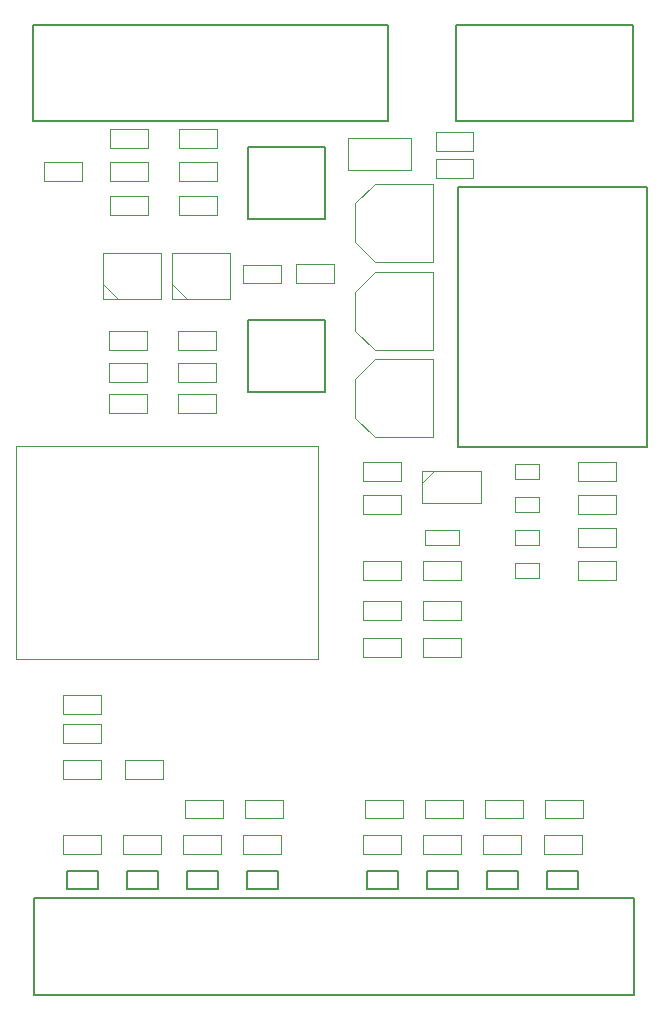
<source format=gbr>
%TF.GenerationSoftware,Altium Limited,Altium Designer,21.4.1 (30)*%
G04 Layer_Color=16711935*
%FSLAX44Y44*%
%MOMM*%
%TF.SameCoordinates,EB49FF53-C53B-41EF-AC46-A12079E47AB4*%
%TF.FilePolarity,Positive*%
%TF.FileFunction,Other,Mechanical_13*%
%TF.Part,Single*%
G01*
G75*
%TA.AperFunction,NonConductor*%
%ADD45C,0.1000*%
%ADD46C,0.2000*%
D45*
X280840Y697700D02*
X333840D01*
X280840D02*
Y724700D01*
X333840D01*
Y697700D02*
Y724700D01*
X30Y283510D02*
X255030D01*
Y463510D01*
X30D02*
X255030D01*
X30Y283510D02*
Y463510D01*
X475600Y350140D02*
X507600D01*
X475600D02*
Y366140D01*
X507600D01*
Y350140D02*
Y366140D01*
X442490Y351890D02*
Y364390D01*
X422490D02*
X442490D01*
X422490Y351890D02*
Y364390D01*
Y351890D02*
X442490D01*
X39640Y237000D02*
X71640D01*
X39640D02*
Y253000D01*
X71640D01*
Y237000D02*
Y253000D01*
X39880Y118350D02*
Y134350D01*
Y118350D02*
X71880D01*
Y134350D01*
X39880D02*
X71880D01*
X141480D02*
X173480D01*
Y118350D02*
Y134350D01*
X141480Y118350D02*
X173480D01*
X141480D02*
Y134350D01*
X192280D02*
X224280D01*
Y118350D02*
Y134350D01*
X192280Y118350D02*
X224280D01*
X192280D02*
Y134350D01*
X293880D02*
X325880D01*
Y118350D02*
Y134350D01*
X293880Y118350D02*
X325880D01*
X293880D02*
Y134350D01*
X344680D02*
X376680D01*
Y118350D02*
Y134350D01*
X344680Y118350D02*
X376680D01*
X344680D02*
Y134350D01*
X395480D02*
X427480D01*
Y118350D02*
Y134350D01*
X395480Y118350D02*
X427480D01*
X395480D02*
Y134350D01*
X193550Y164350D02*
X225550D01*
Y148350D02*
Y164350D01*
X193550Y148350D02*
X225550D01*
X193550D02*
Y164350D01*
X344680Y350140D02*
X376680D01*
X344680D02*
Y366140D01*
X376680D01*
Y350140D02*
Y366140D01*
X293880D02*
X325880D01*
Y350140D02*
Y366140D01*
X293880Y350140D02*
X325880D01*
X293880D02*
Y366140D01*
Y449960D02*
X325880D01*
Y433960D02*
Y449960D01*
X293880Y433960D02*
X325880D01*
X293880D02*
Y449960D01*
Y422020D02*
X325880D01*
Y406020D02*
Y422020D01*
X293880Y406020D02*
X325880D01*
X293880D02*
Y422020D01*
X343100Y442760D02*
X393500D01*
Y415760D02*
Y442760D01*
X343100Y415760D02*
X393500D01*
X343100D02*
Y442760D01*
Y432260D02*
X353600Y442760D01*
X346180Y392580D02*
X375180D01*
Y379580D02*
Y392580D01*
X346180Y379580D02*
X375180D01*
X346180D02*
Y392580D01*
X295150Y148350D02*
Y164350D01*
Y148350D02*
X327150D01*
Y164350D01*
X295150D02*
X327150D01*
X142750Y148350D02*
Y164350D01*
Y148350D02*
X174750D01*
Y164350D01*
X142750D02*
X174750D01*
X91950Y182000D02*
Y198000D01*
Y182000D02*
X123950D01*
Y198000D01*
X91950D02*
X123950D01*
X90680Y118350D02*
Y134350D01*
Y118350D02*
X122680D01*
Y134350D01*
X90680D02*
X122680D01*
X447790Y148350D02*
Y164350D01*
Y148350D02*
X479790D01*
Y164350D01*
X447790D02*
X479790D01*
X446520Y118350D02*
Y134350D01*
Y118350D02*
X478520D01*
Y134350D01*
X446520D02*
X478520D01*
X396750Y148350D02*
Y164350D01*
Y148350D02*
X428750D01*
Y164350D01*
X396750D02*
X428750D01*
X345950Y148350D02*
Y164350D01*
Y148350D02*
X377950D01*
Y164350D01*
X345950D02*
X377950D01*
X442490Y435710D02*
Y448210D01*
X422490D02*
X442490D01*
X422490Y435710D02*
Y448210D01*
Y435710D02*
X442490D01*
Y407770D02*
Y420270D01*
X422490D02*
X442490D01*
X422490Y407770D02*
Y420270D01*
Y407770D02*
X442490D01*
Y379830D02*
Y392330D01*
X422490D02*
X442490D01*
X422490Y379830D02*
Y392330D01*
Y379830D02*
X442490D01*
X475600Y433960D02*
X507600D01*
X475600D02*
Y449960D01*
X507600D01*
Y433960D02*
Y449960D01*
X475490Y378080D02*
X507490D01*
X475490D02*
Y394080D01*
X507490D01*
Y378080D02*
Y394080D01*
X475600Y406020D02*
X507600D01*
X475600D02*
Y422020D01*
X507600D01*
Y406020D02*
Y422020D01*
X376680Y285020D02*
Y301020D01*
X344680D02*
X376680D01*
X344680Y285020D02*
Y301020D01*
Y285020D02*
X376680D01*
Y316770D02*
Y332770D01*
X344680D02*
X376680D01*
X344680Y316770D02*
Y332770D01*
Y316770D02*
X376680D01*
X325880Y285020D02*
Y301020D01*
X293880D02*
X325880D01*
X293880Y285020D02*
Y301020D01*
Y285020D02*
X325880D01*
Y316770D02*
Y332770D01*
X293880D02*
X325880D01*
X293880Y316770D02*
Y332770D01*
Y316770D02*
X325880D01*
X39640Y198000D02*
X71640D01*
Y182000D02*
Y198000D01*
X39640Y182000D02*
X71640D01*
X39640D02*
Y198000D01*
X353040Y471190D02*
Y537190D01*
X303540Y471190D02*
X353040D01*
X287040Y487690D02*
X303540Y471190D01*
X287040Y487690D02*
Y520690D01*
X303540Y537190D01*
X353040D01*
X355030Y713505D02*
Y729505D01*
Y713505D02*
X387030D01*
Y729505D01*
X355030D02*
X387030D01*
X355030Y690645D02*
Y706645D01*
Y690645D02*
X387030D01*
Y706645D01*
X355030D02*
X387030D01*
X353040Y544850D02*
Y610850D01*
X303540Y544850D02*
X353040D01*
X287040Y561350D02*
X303540Y544850D01*
X287040Y561350D02*
Y594350D01*
X303540Y610850D01*
X353040D01*
Y619780D02*
Y685780D01*
X303540Y619780D02*
X353040D01*
X287040Y636280D02*
X303540Y619780D01*
X287040Y636280D02*
Y669280D01*
X303540Y685780D01*
X353040D01*
X224160Y601330D02*
Y617330D01*
X192160D02*
X224160D01*
X192160Y601330D02*
Y617330D01*
Y601330D02*
X224160D01*
X236730Y601600D02*
Y617600D01*
Y601600D02*
X268730D01*
Y617600D01*
X236730D02*
X268730D01*
X23370Y704200D02*
X55370D01*
Y688200D02*
Y704200D01*
X23370Y688200D02*
X55370D01*
X23370D02*
Y704200D01*
X39640Y212000D02*
Y228000D01*
Y212000D02*
X71640D01*
Y228000D01*
X39640D02*
X71640D01*
X131710Y600710D02*
X144410Y588010D01*
X131710D02*
X180710D01*
Y627010D01*
X131710D02*
X180710D01*
X131710Y588010D02*
Y627010D01*
X73290Y587800D02*
Y626800D01*
X122290D01*
Y587800D02*
Y626800D01*
X73290Y587800D02*
X122290D01*
X73290Y600500D02*
X85990Y587800D01*
X136640Y560900D02*
X168640D01*
Y544900D02*
Y560900D01*
X136640Y544900D02*
X168640D01*
X136640D02*
Y560900D01*
Y491560D02*
X168640D01*
X136640D02*
Y507560D01*
X168640D01*
Y491560D02*
Y507560D01*
X137670Y688410D02*
X169670D01*
X137670D02*
Y704410D01*
X169670D01*
Y688410D02*
Y704410D01*
X136770Y534230D02*
X168770D01*
Y518230D02*
Y534230D01*
X136770Y518230D02*
X168770D01*
X136770D02*
Y534230D01*
X137670Y675200D02*
X169670D01*
Y659200D02*
Y675200D01*
X137670Y659200D02*
X169670D01*
X137670D02*
Y675200D01*
X137910Y716350D02*
X169910D01*
X137910D02*
Y732350D01*
X169910D01*
Y716350D02*
Y732350D01*
X78220Y544690D02*
Y560690D01*
Y544690D02*
X110220D01*
Y560690D01*
X78220D02*
X110220D01*
Y491350D02*
Y507350D01*
X78220D02*
X110220D01*
X78220Y491350D02*
Y507350D01*
Y491350D02*
X110220D01*
X78350Y518020D02*
Y534020D01*
Y518020D02*
X110350D01*
Y534020D01*
X78350D02*
X110350D01*
X79250Y658990D02*
Y674990D01*
Y658990D02*
X111250D01*
Y674990D01*
X79250D02*
X111250D01*
X111490Y716140D02*
Y732140D01*
X79490D02*
X111490D01*
X79490Y716140D02*
Y732140D01*
Y716140D02*
X111490D01*
X111250Y688200D02*
Y704200D01*
X79250D02*
X111250D01*
X79250Y688200D02*
Y704200D01*
Y688200D02*
X111250D01*
D46*
X372390Y739280D02*
X522390D01*
X372390D02*
Y820280D01*
X522390D01*
Y739280D02*
Y820280D01*
X196100Y509500D02*
X261100D01*
Y570500D01*
X196100D02*
X261100D01*
X196100Y509500D02*
Y570500D01*
X195030Y104100D02*
X221530D01*
Y88600D02*
Y104100D01*
X195030Y88600D02*
X221530D01*
X195030D02*
Y104100D01*
X373700Y683101D02*
X533700Y683390D01*
X373700Y462700D02*
Y683101D01*
X533700Y462700D02*
Y683390D01*
X373700Y462700D02*
X533700D01*
X296630Y88600D02*
Y104100D01*
Y88600D02*
X323130D01*
Y104100D01*
X296630D02*
X323130D01*
X144230Y88600D02*
Y104100D01*
Y88600D02*
X170730D01*
Y104100D01*
X144230D02*
X170730D01*
X93430Y88600D02*
Y104100D01*
Y88600D02*
X119930D01*
Y104100D01*
X93430D02*
X119930D01*
X449270Y88600D02*
Y104100D01*
Y88600D02*
X475770D01*
Y104100D01*
X449270D02*
X475770D01*
X398230Y88600D02*
Y104100D01*
Y88600D02*
X424730D01*
Y104100D01*
X398230D02*
X424730D01*
X347430Y88600D02*
Y104100D01*
Y88600D02*
X373930D01*
Y104100D01*
X347430D02*
X373930D01*
X42630D02*
X69130D01*
Y88600D02*
Y104100D01*
X42630Y88600D02*
X69130D01*
X42630D02*
Y104100D01*
X14370Y739280D02*
Y820280D01*
Y739280D02*
X314370D01*
Y820280D01*
X14370D02*
X314370D01*
X196100Y655550D02*
Y716550D01*
X261100D01*
Y655550D02*
Y716550D01*
X196100Y655550D02*
X261100D01*
X14790Y-710D02*
X522790D01*
X14790D02*
Y80790D01*
X522790D01*
Y-710D02*
Y80790D01*
%TF.MD5,97f96df58d02b70554bc17651a256bc1*%
M02*

</source>
